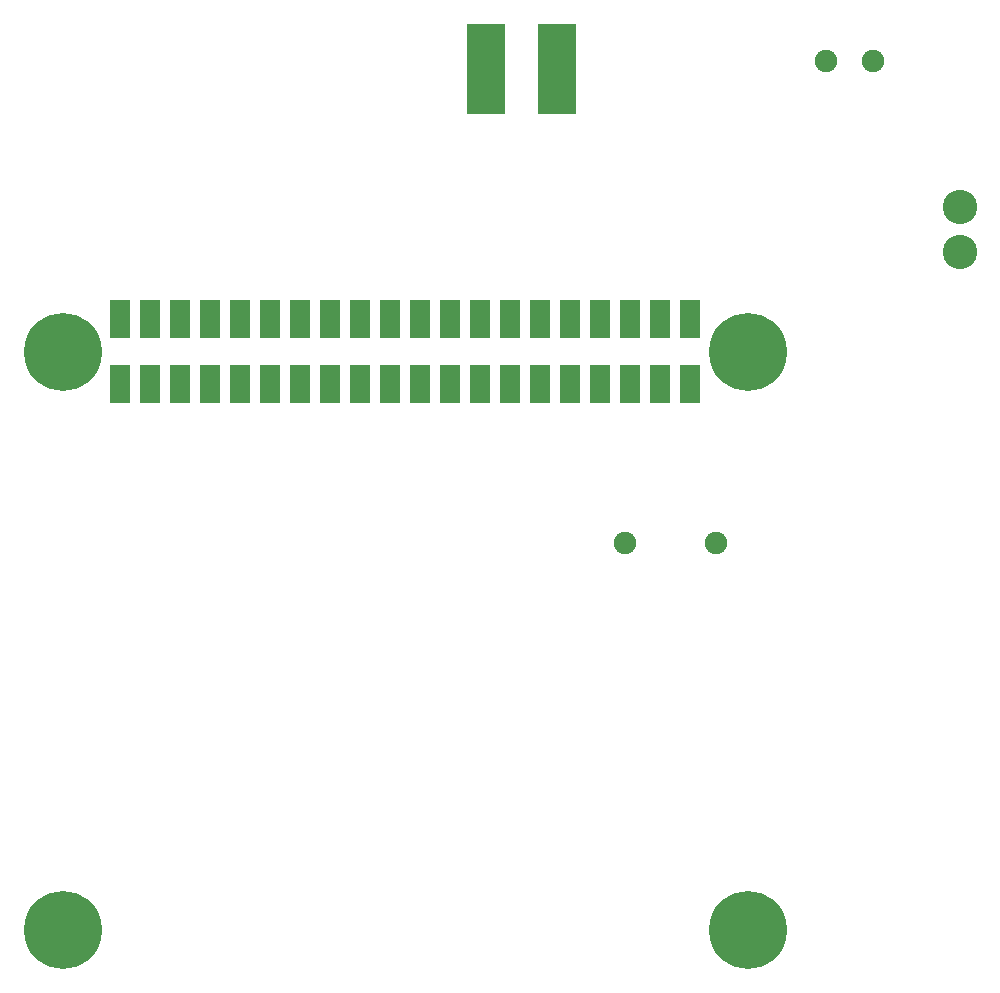
<source format=gbs>
G04 project-name*
%FSLAX35Y35*%
%MOMM*%
G04 P.L1.1(1)*
%LPD*%
%ADD10R,3.2X7.7*%
D10*
X3963301Y18789891D02*
D03*

G04 P.L1.2(2)*
%LPD*%
D10*
X4563302Y18789891D02*
D03*

G04 cn2.GND(1)*
%LPD*%
%ADD11C,2.92*%
D11*
X7970945Y17623353D02*
D03*

G04 cn2.Vin(2)*
%LPD*%
D11*
X7970945Y17242353D02*
D03*

G04 beep.b.c(1)*
%LPD*%
%ADD12C,1.9*%
D12*
X5136988Y14780092D02*
D03*

G04 beep.b.a(2)*
%LPD*%
D12*
X5906988Y14780092D02*
D03*

G04 rpi.3v3(1)*
%LPD*%
%ADD13R,1.7X3.3000000000000003*%
D13*
X864955Y16125542D02*
D03*

G04 rpi.2(3)*
%LPD*%
D13*
X1118955Y16125542D02*
D03*

G04 rpi.3(5)*
%LPD*%
D13*
X1372955Y16125542D02*
D03*

G04 rpi.4(7)*
%LPD*%
D13*
X1626955Y16125542D02*
D03*

G04 rpi.gnd1(9)*
%LPD*%
D13*
X1880955Y16125542D02*
D03*

G04 rpi.17(11)*
%LPD*%
D13*
X2134955Y16125542D02*
D03*

G04 rpi.27(13)*
%LPD*%
D13*
X2388955Y16125542D02*
D03*

G04 rpi.22(15)*
%LPD*%
D13*
X2642955Y16125542D02*
D03*

G04 rpi.3v3(17)*
%LPD*%
D13*
X2896955Y16125542D02*
D03*

G04 rpi.10(19)*
%LPD*%
D13*
X3150955Y16125542D02*
D03*

G04 rpi.9(21)*
%LPD*%
D13*
X3404955Y16125542D02*
D03*

G04 rpi.11(23)*
%LPD*%
D13*
X3658955Y16125542D02*
D03*

G04 rpi.gnd2(25)*
%LPD*%
D13*
X3912955Y16125542D02*
D03*

G04 rpi.0(27)*
%LPD*%
D13*
X4166955Y16125542D02*
D03*

G04 rpi.5(29)*
%LPD*%
D13*
X4420955Y16125542D02*
D03*

G04 rpi.6(31)*
%LPD*%
D13*
X4674955Y16125542D02*
D03*

G04 rpi.13(33)*
%LPD*%
D13*
X4928955Y16125542D02*
D03*

G04 rpi.19(35)*
%LPD*%
D13*
X5182955Y16125542D02*
D03*

G04 rpi.26(37)*
%LPD*%
D13*
X5436955Y16125542D02*
D03*

G04 rpi.gnd3(39)*
%LPD*%
D13*
X5690955Y16125542D02*
D03*

G04 rpi.5v(2)*
%LPD*%
D13*
X864955Y16675542D02*
D03*

G04 rpi.5v(4)*
%LPD*%
D13*
X1118955Y16675542D02*
D03*

G04 rpi.gnd4(6)*
%LPD*%
D13*
X1372955Y16675542D02*
D03*

G04 rpi.14(8)*
%LPD*%
D13*
X1626955Y16675542D02*
D03*

G04 rpi.15(10)*
%LPD*%
D13*
X1880955Y16675542D02*
D03*

G04 rpi.18(12)*
%LPD*%
D13*
X2134955Y16675542D02*
D03*

G04 rpi.gnd5(14)*
%LPD*%
D13*
X2388955Y16675542D02*
D03*

G04 rpi.23(16)*
%LPD*%
D13*
X2642955Y16675542D02*
D03*

G04 rpi.24(18)*
%LPD*%
D13*
X2896955Y16675542D02*
D03*

G04 rpi.gnd6(20)*
%LPD*%
D13*
X3150955Y16675542D02*
D03*

G04 rpi.25(22)*
%LPD*%
D13*
X3404955Y16675542D02*
D03*

G04 rpi.8(24)*
%LPD*%
D13*
X3658955Y16675542D02*
D03*

G04 rpi.7(26)*
%LPD*%
D13*
X3912955Y16675542D02*
D03*

G04 rpi.1(28)*
%LPD*%
D13*
X4166955Y16675542D02*
D03*

G04 rpi.gnd7(30)*
%LPD*%
D13*
X4420955Y16675542D02*
D03*

G04 rpi.12(32)*
%LPD*%
D13*
X4674955Y16675542D02*
D03*

G04 rpi.gnd8(34)*
%LPD*%
D13*
X4928955Y16675542D02*
D03*

G04 rpi.16(36)*
%LPD*%
D13*
X5182955Y16675542D02*
D03*

G04 rpi.20(38)*
%LPD*%
D13*
X5436955Y16675542D02*
D03*

G04 rpi.21(40)*
%LPD*%
D13*
X5690955Y16675542D02*
D03*

G04 __1.M3(1)*
%LPD*%
%ADD14C,6.6000000000000005*%
D14*
X377955Y16397353D02*
D03*

G04 __2.M3(1)*
%LPD*%
D14*
X6177955Y16397353D02*
D03*

G04 __3.M3(1)*
%LPD*%
D14*
X377955Y11497353D02*
D03*

G04 __4.M3(1)*
%LPD*%
D14*
X6177955Y11497353D02*
D03*

G04 P.C10.c(1)*
%LPD*%
D12*
X7239362Y18854316D02*
D03*

G04 P.C10.a(2)*
%LPD*%
D12*
X6839362Y18854316D02*
D03*

G04 P.C10.c(1)*
%LPD*%
D12*
X7239362Y18854316D02*
D03*

G04 P.C10.a(2)*
%LPD*%
D12*
X6839362Y18854316D02*
D03*

M02*
</source>
